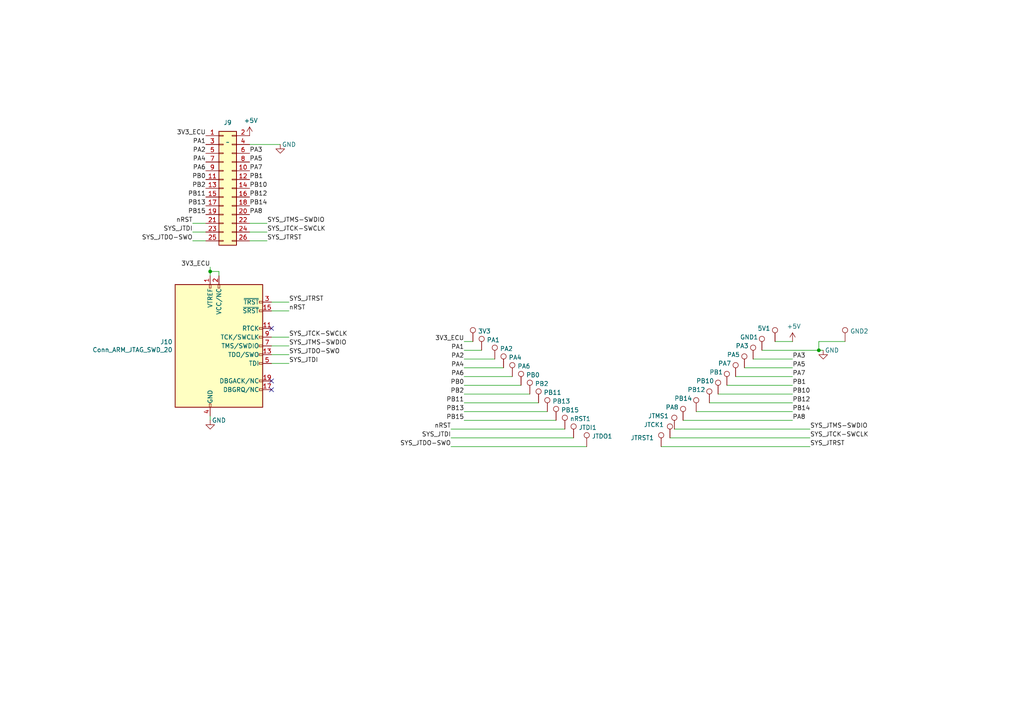
<source format=kicad_sch>
(kicad_sch (version 20231120) (generator "eeschema") (generator_version "8.0")
  (paper "A4")
  (title_block (title "Debugger breakout - RAMN V1") (date "2021-02-22") (rev "A") (company "Copyright (c) 2021 TOYOTA MOTOR CORPORATION. ALL RIGHTS RESERVED.") (comment 3 "License: CC BY-SA 4.0") (comment 4 "https://github.com/toyotainfotech/ramn"))
  (lib_symbols
    (symbol "Connector:Conn_ARM_JTAG_SWD_20" (pin_names (offset 1.016))
      (property "Reference" "J" (at -5.08 21.59 0))
      (property "Value" "Conn_ARM_JTAG_SWD_20" (at -5.08 19.05 0))
      (symbol "Conn_ARM_JTAG_SWD_20_0_1"
        (rectangle (start -12.7 17.78) (end 12.7 -17.78) (stroke (width 0.254)) (fill (type background)))
        (rectangle (start -2.794 -17.78) (end -2.286 -16.764))
        (rectangle (start -2.794 17.78) (end -2.286 16.764))
        (rectangle (start -0.254 17.78) (end 0.254 16.764))
        (rectangle (start 11.684 2.286) (end 12.7 2.794))
        (rectangle (start 12.7 -12.446) (end 11.684 -12.954))
        (rectangle (start 12.7 -9.906) (end 11.684 -10.414))
        (rectangle (start 12.7 -2.794) (end 11.684 -2.286))
        (rectangle (start 12.7 -0.254) (end 11.684 0.254))
        (rectangle (start 12.7 4.826) (end 11.684 5.334))
        (rectangle (start 12.7 10.414) (end 11.684 9.906))
        (rectangle (start 12.7 12.954) (end 11.684 12.446))
      )
      (symbol "Conn_ARM_JTAG_SWD_20_1_1"
        (rectangle (start 11.684 -5.334) (end 12.7 -4.826))
        (pin power_in line (at -2.54 20.32 270) (length 2.54) (name "VTREF") (number "1"))
        (pin passive line (at -2.54 -20.32 90) (length 2.54) hide (name "GND") (number "10"))
        (pin input line (at 15.24 5.08 180) (length 2.54) (name "RTCK") (number "11"))
        (pin passive line (at -2.54 -20.32 90) (length 2.54) hide (name "GND") (number "12"))
        (pin input line (at 15.24 -2.54 180) (length 2.54) (name "TDO/SWO") (number "13"))
        (pin passive line (at -2.54 -20.32 90) (length 2.54) hide (name "GND") (number "14"))
        (pin bidirectional line (at 15.24 10.16 180) (length 2.54) (name "~{SRST}") (number "15"))
        (pin passive line (at -2.54 -20.32 90) (length 2.54) hide (name "GND") (number "16"))
        (pin output line (at 15.24 -12.7 180) (length 2.54) (name "DBGRQ/NC") (number "17"))
        (pin passive line (at -2.54 -20.32 90) (length 2.54) hide (name "GND") (number "18"))
        (pin input line (at 15.24 -10.16 180) (length 2.54) (name "DBGACK/NC") (number "19"))
        (pin power_in line (at 0 20.32 270) (length 2.54) (name "VCC/NC") (number "2"))
        (pin passive line (at -2.54 -20.32 90) (length 2.54) hide (name "GND") (number "20"))
        (pin output line (at 15.24 12.7 180) (length 2.54) (name "~{TRST}") (number "3"))
        (pin power_in line (at -2.54 -20.32 90) (length 2.54) (name "GND") (number "4"))
        (pin output line (at 15.24 -5.08 180) (length 2.54) (name "TDI") (number "5"))
        (pin passive line (at -2.54 -20.32 90) (length 2.54) hide (name "GND") (number "6"))
        (pin output line (at 15.24 0 180) (length 2.54) (name "TMS/SWDIO") (number "7"))
        (pin passive line (at -2.54 -20.32 90) (length 2.54) hide (name "GND") (number "8"))
        (pin output line (at 15.24 2.54 180) (length 2.54) (name "TCK/SWCLK") (number "9"))
      )
    )
    (symbol "Connector:TestPoint" (pin_numbers hide) (pin_names (offset 0.762) hide)
      (property "Reference" "TP" (at 0 6.858 0))
      (property "Value" "TestPoint" (at 0 5.08 0))
      (symbol "TestPoint_0_1"
        (circle (center 0 3.302) (radius 0.762))
      )
      (symbol "TestPoint_1_1"
        (pin passive line (at 0 0 90) (length 2.54) (name "1") (number "1"))
      )
    )
    (symbol "Connector_Generic:Conn_02x13_Odd_Even" (pin_names (offset 1.016) hide)
      (property "Reference" "J" (at 1.27 17.78 0))
      (property "Value" "Conn_02x13_Odd_Even" (at 1.27 -17.78 0))
      (symbol "Conn_02x13_Odd_Even_1_1"
        (rectangle (start -1.27 -15.113) (end 0 -15.367) (stroke (width 0.1524)))
        (rectangle (start -1.27 -12.573) (end 0 -12.827) (stroke (width 0.1524)))
        (rectangle (start -1.27 -10.033) (end 0 -10.287) (stroke (width 0.1524)))
        (rectangle (start -1.27 -7.493) (end 0 -7.747) (stroke (width 0.1524)))
        (rectangle (start -1.27 -4.953) (end 0 -5.207) (stroke (width 0.1524)))
        (rectangle (start -1.27 -2.413) (end 0 -2.667) (stroke (width 0.1524)))
        (rectangle (start -1.27 0.127) (end 0 -0.127) (stroke (width 0.1524)))
        (rectangle (start -1.27 2.667) (end 0 2.413) (stroke (width 0.1524)))
        (rectangle (start -1.27 5.207) (end 0 4.953) (stroke (width 0.1524)))
        (rectangle (start -1.27 7.747) (end 0 7.493) (stroke (width 0.1524)))
        (rectangle (start -1.27 10.287) (end 0 10.033) (stroke (width 0.1524)))
        (rectangle (start -1.27 12.827) (end 0 12.573) (stroke (width 0.1524)))
        (rectangle (start -1.27 15.367) (end 0 15.113) (stroke (width 0.1524)))
        (rectangle (start -1.27 16.51) (end 3.81 -16.51) (stroke (width 0.254)) (fill (type background)))
        (rectangle (start 3.81 -15.113) (end 2.54 -15.367) (stroke (width 0.1524)))
        (rectangle (start 3.81 -12.573) (end 2.54 -12.827) (stroke (width 0.1524)))
        (rectangle (start 3.81 -10.033) (end 2.54 -10.287) (stroke (width 0.1524)))
        (rectangle (start 3.81 -7.493) (end 2.54 -7.747) (stroke (width 0.1524)))
        (rectangle (start 3.81 -4.953) (end 2.54 -5.207) (stroke (width 0.1524)))
        (rectangle (start 3.81 -2.413) (end 2.54 -2.667) (stroke (width 0.1524)))
        (rectangle (start 3.81 0.127) (end 2.54 -0.127) (stroke (width 0.1524)))
        (rectangle (start 3.81 2.667) (end 2.54 2.413) (stroke (width 0.1524)))
        (rectangle (start 3.81 5.207) (end 2.54 4.953) (stroke (width 0.1524)))
        (rectangle (start 3.81 7.747) (end 2.54 7.493) (stroke (width 0.1524)))
        (rectangle (start 3.81 10.287) (end 2.54 10.033) (stroke (width 0.1524)))
        (rectangle (start 3.81 12.827) (end 2.54 12.573) (stroke (width 0.1524)))
        (rectangle (start 3.81 15.367) (end 2.54 15.113) (stroke (width 0.1524)))
        (pin passive line (at -5.08 15.24 0) (length 3.81) (name "Pin_1") (number "1"))
        (pin passive line (at 7.62 5.08 180) (length 3.81) (name "Pin_10") (number "10"))
        (pin passive line (at -5.08 2.54 0) (length 3.81) (name "Pin_11") (number "11"))
        (pin passive line (at 7.62 2.54 180) (length 3.81) (name "Pin_12") (number "12"))
        (pin passive line (at -5.08 0 0) (length 3.81) (name "Pin_13") (number "13"))
        (pin passive line (at 7.62 0 180) (length 3.81) (name "Pin_14") (number "14"))
        (pin passive line (at -5.08 -2.54 0) (length 3.81) (name "Pin_15") (number "15"))
        (pin passive line (at 7.62 -2.54 180) (length 3.81) (name "Pin_16") (number "16"))
        (pin passive line (at -5.08 -5.08 0) (length 3.81) (name "Pin_17") (number "17"))
        (pin passive line (at 7.62 -5.08 180) (length 3.81) (name "Pin_18") (number "18"))
        (pin passive line (at -5.08 -7.62 0) (length 3.81) (name "Pin_19") (number "19"))
        (pin passive line (at 7.62 15.24 180) (length 3.81) (name "Pin_2") (number "2"))
        (pin passive line (at 7.62 -7.62 180) (length 3.81) (name "Pin_20") (number "20"))
        (pin passive line (at -5.08 -10.16 0) (length 3.81) (name "Pin_21") (number "21"))
        (pin passive line (at 7.62 -10.16 180) (length 3.81) (name "Pin_22") (number "22"))
        (pin passive line (at -5.08 -12.7 0) (length 3.81) (name "Pin_23") (number "23"))
        (pin passive line (at 7.62 -12.7 180) (length 3.81) (name "Pin_24") (number "24"))
        (pin passive line (at -5.08 -15.24 0) (length 3.81) (name "Pin_25") (number "25"))
        (pin passive line (at 7.62 -15.24 180) (length 3.81) (name "Pin_26") (number "26"))
        (pin passive line (at -5.08 12.7 0) (length 3.81) (name "Pin_3") (number "3"))
        (pin passive line (at 7.62 12.7 180) (length 3.81) (name "Pin_4") (number "4"))
        (pin passive line (at -5.08 10.16 0) (length 3.81) (name "Pin_5") (number "5"))
        (pin passive line (at 7.62 10.16 180) (length 3.81) (name "Pin_6") (number "6"))
        (pin passive line (at -5.08 7.62 0) (length 3.81) (name "Pin_7") (number "7"))
        (pin passive line (at 7.62 7.62 180) (length 3.81) (name "Pin_8") (number "8"))
        (pin passive line (at -5.08 5.08 0) (length 3.81) (name "Pin_9") (number "9"))
      )
    )
    (symbol "power:+5V" (power) (pin_numbers hide) (pin_names (offset 0) hide)
      (property "Value" "+5V" (at 0 3.556 0))
      (symbol "+5V_0_1"
        (polyline (pts (xy -0.762 1.27) (xy 0 2.54)))
        (polyline (pts (xy 0 0) (xy 0 2.54)))
        (polyline (pts (xy 0 2.54) (xy 0.762 1.27)))
      )
      (symbol "+5V_1_1"
        (pin power_in line (at 0 0 90) (length 0) (name "~") (number "1"))
      )
    )
    (symbol "power:GND" (power) (pin_numbers hide) (pin_names (offset 0) hide)
      (property "Value" "GND" (at 0 -3.81 0))
      (symbol "GND_0_1"
        (polyline (pts (xy 0 0) (xy 0 -1.27) (xy 1.27 -1.27) (xy 0 -2.54) (xy -1.27 -1.27) (xy 0 -1.27)))
      )
      (symbol "GND_1_1"
        (pin power_in line (at 0 0 270) (length 0) (name "~") (number "1"))
      )
    )
  )
  (junction (at 237.49 101.6))
  (junction (at 60.96 78.74))
  (no_connect (at 78.74 95.25))
  (no_connect (at 78.74 110.49))
  (no_connect (at 78.74 113.03))
  (wire (pts (xy 60.96 120.65) (xy 60.96 121.92)))
  (wire (pts (xy 72.39 67.31) (xy 77.47 67.31)))
  (wire (pts (xy 59.69 69.85) (xy 55.88 69.85)))
  (wire (pts (xy 156.21 116.84) (xy 134.62 116.84)))
  (wire (pts (xy 229.87 116.84) (xy 205.74 116.84)))
  (wire (pts (xy 59.69 67.31) (xy 55.88 67.31)))
  (wire (pts (xy 161.29 121.92) (xy 134.62 121.92)))
  (wire (pts (xy 134.62 114.3) (xy 153.67 114.3)))
  (wire (pts (xy 134.62 99.06) (xy 137.16 99.06)))
  (wire (pts (xy 60.96 77.47) (xy 60.96 78.74)))
  (wire (pts (xy 148.59 109.22) (xy 134.62 109.22)))
  (wire (pts (xy 83.82 105.41) (xy 78.74 105.41)))
  (wire (pts (xy 229.87 99.06) (xy 224.79 99.06)))
  (wire (pts (xy 83.82 97.79) (xy 78.74 97.79)))
  (wire (pts (xy 229.87 114.3) (xy 208.28 114.3)))
  (wire (pts (xy 229.87 104.14) (xy 218.44 104.14)))
  (wire (pts (xy 130.81 127) (xy 166.37 127)))
  (wire (pts (xy 130.81 129.54) (xy 170.18 129.54)))
  (wire (pts (xy 194.31 127) (xy 234.95 127)))
  (wire (pts (xy 134.62 106.68) (xy 146.05 106.68)))
  (wire (pts (xy 215.9 106.68) (xy 229.87 106.68)))
  (wire (pts (xy 83.82 102.87) (xy 78.74 102.87)))
  (wire (pts (xy 220.98 101.6) (xy 237.49 101.6)))
  (wire (pts (xy 158.75 119.38) (xy 134.62 119.38)))
  (wire (pts (xy 134.62 104.14) (xy 143.51 104.14)))
  (wire (pts (xy 229.87 121.92) (xy 198.12 121.92)))
  (wire (pts (xy 63.5 80.01) (xy 63.5 78.74)))
  (wire (pts (xy 245.11 99.06) (xy 237.49 99.06)))
  (wire (pts (xy 83.82 100.33) (xy 78.74 100.33)))
  (wire (pts (xy 195.58 124.46) (xy 234.95 124.46)))
  (wire (pts (xy 63.5 78.74) (xy 60.96 78.74)))
  (wire (pts (xy 72.39 41.91) (xy 81.28 41.91)))
  (wire (pts (xy 229.87 119.38) (xy 201.93 119.38)))
  (wire (pts (xy 130.81 124.46) (xy 163.83 124.46)))
  (wire (pts (xy 60.96 78.74) (xy 60.96 80.01)))
  (wire (pts (xy 83.82 90.17) (xy 78.74 90.17)))
  (wire (pts (xy 72.39 69.85) (xy 77.47 69.85)))
  (wire (pts (xy 237.49 101.6) (xy 238.76 101.6)))
  (wire (pts (xy 237.49 99.06) (xy 237.49 101.6)))
  (wire (pts (xy 72.39 64.77) (xy 77.47 64.77)))
  (wire (pts (xy 229.87 111.76) (xy 210.82 111.76)))
  (wire (pts (xy 78.74 87.63) (xy 83.82 87.63)))
  (wire (pts (xy 59.69 64.77) (xy 55.88 64.77)))
  (wire (pts (xy 139.7 101.6) (xy 134.62 101.6)))
  (wire (pts (xy 191.77 129.54) (xy 234.95 129.54)))
  (wire (pts (xy 151.13 111.76) (xy 134.62 111.76)))
  (wire (pts (xy 229.87 109.22) (xy 213.36 109.22)))
  (label "SYS_JTDO-SWO" (at 130.81 129.54 180))
  (label "PA3" (at 229.87 104.14 0))
  (label "PB10" (at 72.39 54.61 0))
  (label "PB15" (at 59.69 62.23 180))
  (label "PB13" (at 134.62 119.38 180))
  (label "SYS_JTRST" (at 83.82 87.63 0))
  (label "PB1" (at 72.39 52.07 0))
  (label "SYS_JTMS-SWDIO" (at 234.95 124.46 0))
  (label "SYS_JTDI" (at 55.88 67.31 180))
  (label "PA1" (at 59.69 41.91 180))
  (label "SYS_JTRST" (at 234.95 129.54 0))
  (label "PA8" (at 72.39 62.23 0))
  (label "PA4" (at 59.69 46.99 180))
  (label "PB0" (at 134.62 111.76 180))
  (label "PB14" (at 229.87 119.38 0))
  (label "PA5" (at 229.87 106.68 0))
  (label "SYS_JTDI" (at 130.81 127 180))
  (label "PB14" (at 72.39 59.69 0))
  (label "PA1" (at 134.62 101.6 180))
  (label "SYS_JTRST" (at 77.47 69.85 0))
  (label "PA6" (at 134.62 109.22 180))
  (label "SYS_JTCK-SWCLK" (at 83.82 97.79 0))
  (label "PB11" (at 134.62 116.84 180))
  (label "SYS_JTMS-SWDIO" (at 77.47 64.77 0))
  (label "PB1" (at 229.87 111.76 0))
  (label "PB12" (at 229.87 116.84 0))
  (label "PB2" (at 134.62 114.3 180))
  (label "PA5" (at 72.39 46.99 0))
  (label "PA8" (at 229.87 121.92 0))
  (label "SYS_JTCK-SWCLK" (at 234.95 127 0))
  (label "SYS_JTDI" (at 83.82 105.41 0))
  (label "nRST" (at 130.81 124.46 180))
  (label "PB15" (at 134.62 121.92 180))
  (label "PB2" (at 59.69 54.61 180))
  (label "SYS_JTDO-SWO" (at 55.88 69.85 180))
  (label "SYS_JTMS-SWDIO" (at 83.82 100.33 0))
  (label "SYS_JTCK-SWCLK" (at 77.47 67.31 0))
  (label "PA2" (at 134.62 104.14 180))
  (label "PA6" (at 59.69 49.53 180))
  (label "nRST" (at 55.88 64.77 180))
  (label "3V3_ECU" (at 60.96 77.47 180))
  (label "PA2" (at 59.69 44.45 180))
  (label "nRST" (at 83.82 90.17 0))
  (label "PB0" (at 59.69 52.07 180))
  (label "PA3" (at 72.39 44.45 0))
  (label "PA4" (at 134.62 106.68 180))
  (label "SYS_JTDO-SWO" (at 83.82 102.87 0))
  (label "3V3_ECU" (at 59.69 39.37 180))
  (label "3V3_ECU" (at 134.62 99.06 180))
  (label "PB11" (at 59.69 57.15 180))
  (label "PA7" (at 72.39 49.53 0))
  (label "PB12" (at 72.39 57.15 0))
  (label "PB13" (at 59.69 59.69 180))
  (label "PA7" (at 229.87 109.22 0))
  (label "PB10" (at 229.87 114.3 0))
  (symbol (lib_id "Connector_Generic:Conn_02x13_Odd_Even") (at 64.77 54.61 0) (unit 1)
    (property "Reference" "J9" (at 66.04 35.56 0))
    (property "Value" "~" (at 66.04 41.2496 0))
    (property "Footprint" "Connector_PinSocket_2.54mm:PinSocket_2x13_P2.54mm_Vertical" (effects (hide yes)))
  )
  (symbol (lib_id "power:GND") (at 81.28 41.91 0) (unit 1)
    (property "Reference" "#PWR0101" (effects (hide yes)))
    (property "Value" "GND" (at 83.82 41.91 0))
  )
  (symbol (lib_id "power:+5V") (at 72.39 39.37 0) (unit 1)
    (property "Reference" "#PWR0102" (effects (hide yes)))
    (property "Value" "+5V" (at 72.771 34.9758 0))
  )
  (symbol (lib_id "power:GND") (at 238.76 101.6 0) (unit 1)
    (property "Reference" "#PWR0106" (effects (hide yes)))
    (property "Value" "GND" (at 241.3 101.6 0))
  )
  (symbol (lib_id "power:+5V") (at 229.87 99.06 0) (unit 1)
    (property "Reference" "#PWR0107" (effects (hide yes)))
    (property "Value" "+5V" (at 230.251 94.6658 0))
  )
  (symbol (lib_id "Connector:TestPoint") (at 137.16 99.06 0) (unit 1)
    (property "Reference" "3V3" (at 138.6332 96.0628 0) (effects (justify left)))
    (property "Value" "TestPoint" (effects (hide yes)))
    (property "Footprint" "Global_Library:KEYSTONE_5002" (effects (hide yes)))
  )
  (symbol (lib_id "Connector:Conn_ARM_JTAG_SWD_20") (at 63.5 100.33 0) (unit 1)
    (property "Reference" "J10" (at 50.0634 99.1616 0) (effects (justify right)))
    (property "Value" "Conn_ARM_JTAG_SWD_20" (at 50.0634 101.473 0) (effects (justify right)))
    (property "Footprint" "Connector_IDC:IDC-Header_2x10_P2.54mm_Horizontal" (effects (hide yes)))
    (property "Datasheet" "http://infocenter.arm.com/help/topic/com.arm.doc.dui0499b/DUI0499B_system_design_reference.pdf" (effects (hide yes)))
  )
  (symbol (lib_id "Connector:TestPoint") (at 224.79 99.06 0) (unit 1)
    (property "Reference" "5V1" (at 219.71 95.25 0) (effects (justify left)))
    (property "Value" "TestPoint" (effects (hide yes)))
    (property "Footprint" "Global_Library:KEYSTONE_5002" (effects (hide yes)))
  )
  (symbol (lib_id "Connector:TestPoint") (at 139.7 101.6 0) (unit 1)
    (property "Reference" "PA1" (at 141.1732 98.6028 0) (effects (justify left)))
    (property "Value" "TestPoint" (effects (hide yes)))
    (property "Footprint" "Global_Library:KEYSTONE_5002" (effects (hide yes)))
  )
  (symbol (lib_id "Connector:TestPoint") (at 143.51 104.14 0) (unit 1)
    (property "Reference" "PA2" (at 144.9832 101.1428 0) (effects (justify left)))
    (property "Value" "TestPoint" (effects (hide yes)))
    (property "Footprint" "Global_Library:KEYSTONE_5002" (effects (hide yes)))
  )
  (symbol (lib_id "Connector:TestPoint") (at 146.05 106.68 0) (unit 1)
    (property "Reference" "PA4" (at 147.5232 103.6828 0) (effects (justify left)))
    (property "Value" "TestPoint" (effects (hide yes)))
    (property "Footprint" "Global_Library:KEYSTONE_5002" (effects (hide yes)))
  )
  (symbol (lib_id "Connector:TestPoint") (at 148.59 109.22 0) (unit 1)
    (property "Reference" "PA6" (at 150.0632 106.2228 0) (effects (justify left)))
    (property "Value" "TestPoint" (effects (hide yes)))
    (property "Footprint" "Global_Library:KEYSTONE_5002" (effects (hide yes)))
  )
  (symbol (lib_id "Connector:TestPoint") (at 151.13 111.76 0) (unit 1)
    (property "Reference" "PB0" (at 152.6032 108.7628 0) (effects (justify left)))
    (property "Value" "TestPoint" (effects (hide yes)))
    (property "Footprint" "Global_Library:KEYSTONE_5002" (effects (hide yes)))
  )
  (symbol (lib_id "Connector:TestPoint") (at 153.67 114.3 0) (unit 1)
    (property "Reference" "PB2" (at 155.1432 111.3028 0) (effects (justify left)))
    (property "Value" "TestPoint" (effects (hide yes)))
    (property "Footprint" "Global_Library:KEYSTONE_5002" (effects (hide yes)))
  )
  (symbol (lib_id "Connector:TestPoint") (at 156.21 116.84 0) (unit 1)
    (property "Reference" "PB11" (at 157.6832 113.8428 0) (effects (justify left)))
    (property "Value" "TestPoint" (effects (hide yes)))
    (property "Footprint" "Global_Library:KEYSTONE_5002" (effects (hide yes)))
  )
  (symbol (lib_id "Connector:TestPoint") (at 158.75 119.38 0) (unit 1)
    (property "Reference" "PB13" (at 160.2232 116.3828 0) (effects (justify left)))
    (property "Value" "TestPoint" (effects (hide yes)))
    (property "Footprint" "Global_Library:KEYSTONE_5002" (effects (hide yes)))
  )
  (symbol (lib_id "Connector:TestPoint") (at 161.29 121.92 0) (unit 1)
    (property "Reference" "PB15" (at 162.7632 118.9228 0) (effects (justify left)))
    (property "Value" "TestPoint" (effects (hide yes)))
    (property "Footprint" "Global_Library:KEYSTONE_5002" (effects (hide yes)))
  )
  (symbol (lib_id "Connector:TestPoint") (at 220.98 101.6 0) (unit 1)
    (property "Reference" "GND1" (at 214.63 97.79 0) (effects (justify left)))
    (property "Value" "TestPoint" (effects (hide yes)))
    (property "Footprint" "Global_Library:KEYSTONE_5002" (effects (hide yes)))
  )
  (symbol (lib_id "Connector:TestPoint") (at 218.44 104.14 0) (unit 1)
    (property "Reference" "PA3" (at 213.36 100.33 0) (effects (justify left)))
    (property "Value" "TestPoint" (effects (hide yes)))
    (property "Footprint" "Global_Library:KEYSTONE_5002" (effects (hide yes)))
  )
  (symbol (lib_id "Connector:TestPoint") (at 215.9 106.68 0) (unit 1)
    (property "Reference" "PA5" (at 210.82 102.87 0) (effects (justify left)))
    (property "Value" "TestPoint" (effects (hide yes)))
    (property "Footprint" "Global_Library:KEYSTONE_5002" (effects (hide yes)))
  )
  (symbol (lib_id "Connector:TestPoint") (at 213.36 109.22 0) (unit 1)
    (property "Reference" "PA7" (at 208.28 105.41 0) (effects (justify left)))
    (property "Value" "TestPoint" (effects (hide yes)))
    (property "Footprint" "Global_Library:KEYSTONE_5002" (effects (hide yes)))
  )
  (symbol (lib_id "Connector:TestPoint") (at 210.82 111.76 0) (unit 1)
    (property "Reference" "PB1" (at 205.74 107.95 0) (effects (justify left)))
    (property "Value" "TestPoint" (effects (hide yes)))
    (property "Footprint" "Global_Library:KEYSTONE_5002" (effects (hide yes)))
  )
  (symbol (lib_id "Connector:TestPoint") (at 208.28 114.3 0) (unit 1)
    (property "Reference" "PB10" (at 201.93 110.49 0) (effects (justify left)))
    (property "Value" "TestPoint" (effects (hide yes)))
    (property "Footprint" "Global_Library:KEYSTONE_5002" (effects (hide yes)))
  )
  (symbol (lib_id "Connector:TestPoint") (at 205.74 116.84 0) (unit 1)
    (property "Reference" "PB12" (at 199.39 113.03 0) (effects (justify left)))
    (property "Value" "TestPoint" (effects (hide yes)))
    (property "Footprint" "Global_Library:KEYSTONE_5002" (effects (hide yes)))
  )
  (symbol (lib_id "Connector:TestPoint") (at 201.93 119.38 0) (unit 1)
    (property "Reference" "PB14" (at 195.58 115.57 0) (effects (justify left)))
    (property "Value" "TestPoint" (effects (hide yes)))
    (property "Footprint" "Global_Library:KEYSTONE_5002" (effects (hide yes)))
  )
  (symbol (lib_id "Connector:TestPoint") (at 198.12 121.92 0) (unit 1)
    (property "Reference" "PA8" (at 193.04 118.11 0) (effects (justify left)))
    (property "Value" "TestPoint" (effects (hide yes)))
    (property "Footprint" "Global_Library:KEYSTONE_5002" (effects (hide yes)))
  )
  (symbol (lib_id "Connector:TestPoint") (at 195.58 124.46 0) (unit 1)
    (property "Reference" "JTMS1" (at 187.96 120.65 0) (effects (justify left)))
    (property "Value" "TestPoint" (effects (hide yes)))
    (property "Footprint" "Global_Library:KEYSTONE_5002" (effects (hide yes)))
  )
  (symbol (lib_id "Connector:TestPoint") (at 163.83 124.46 0) (unit 1)
    (property "Reference" "nRST1" (at 165.3032 121.4628 0) (effects (justify left)))
    (property "Value" "TestPoint" (effects (hide yes)))
    (property "Footprint" "Global_Library:KEYSTONE_5002" (effects (hide yes)))
  )
  (symbol (lib_id "Connector:TestPoint") (at 166.37 127 0) (unit 1)
    (property "Reference" "JTDI1" (at 167.8432 124.0028 0) (effects (justify left)))
    (property "Value" "TestPoint" (effects (hide yes)))
    (property "Footprint" "Global_Library:KEYSTONE_5002" (effects (hide yes)))
  )
  (symbol (lib_id "Connector:TestPoint") (at 170.18 129.54 0) (unit 1)
    (property "Reference" "JTDO1" (at 171.6532 126.5428 0) (effects (justify left)))
    (property "Value" "TestPoint" (effects (hide yes)))
    (property "Footprint" "Global_Library:KEYSTONE_5002" (effects (hide yes)))
  )
  (symbol (lib_id "power:GND") (at 60.96 121.92 0) (unit 1)
    (property "Reference" "#PWR0105" (effects (hide yes)))
    (property "Value" "GND" (at 63.5 121.92 0))
  )
  (symbol (lib_id "Connector:TestPoint") (at 194.31 127 0) (unit 1)
    (property "Reference" "JTCK1" (at 186.69 123.19 0) (effects (justify left)))
    (property "Value" "TestPoint" (effects (hide yes)))
    (property "Footprint" "Global_Library:KEYSTONE_5002" (effects (hide yes)))
  )
  (symbol (lib_id "Connector:TestPoint") (at 191.77 129.54 0) (unit 1)
    (property "Reference" "JTRST1" (at 182.88 127 0) (effects (justify left)))
    (property "Value" "TestPoint" (effects (hide yes)))
    (property "Footprint" "Global_Library:KEYSTONE_5002" (effects (hide yes)))
  )
  (symbol (lib_id "Connector:TestPoint") (at 245.11 99.06 0) (unit 1)
    (property "Reference" "GND2" (at 246.5832 96.0628 0) (effects (justify left)))
    (property "Value" "TestPoint" (effects (hide yes)))
    (property "Footprint" "Global_Library:KEYSTONE_5002" (effects (hide yes)))
  )
)
</source>
